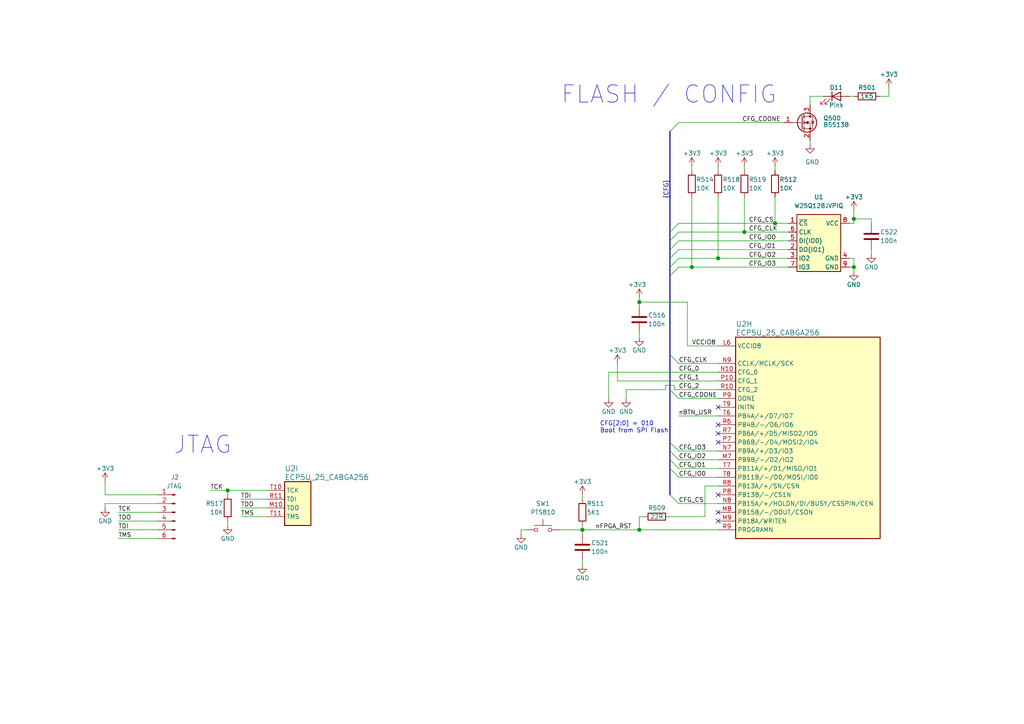
<source format=kicad_sch>
(kicad_sch (version 20210126) (generator eeschema)
  (paper "A4")
  (title_block (title "ECP5 Mini") (date "2020-12-31") (rev "0.2") (company "Josh Johnson"))
  (bus_alias "CFG" (members "CFG_CLK" "CFG_IO[0..3]" "CFG_CDONE" "CFG_CS"))
  (junction (at 66.04 142.24) (diameter 1.016))
  (junction (at 168.91 153.67) (diameter 1.016))
  (junction (at 185.42 87.63) (diameter 1.016))
  (junction (at 185.42 153.67) (diameter 1.016))
  (junction (at 200.66 77.47) (diameter 1.016))
  (junction (at 208.28 74.93) (diameter 1.016))
  (junction (at 215.9 67.31) (diameter 1.016))
  (junction (at 224.79 64.77) (diameter 1.016))
  (junction (at 247.65 63.5) (diameter 1.016))
  (junction (at 247.65 77.47) (diameter 1.016))
  (no_connect (at 208.28 118.11))
  (no_connect (at 208.28 123.19))
  (no_connect (at 208.28 125.73))
  (no_connect (at 208.28 128.27))
  (no_connect (at 208.28 143.51))
  (no_connect (at 208.28 148.59))
  (no_connect (at 208.28 151.13))
  (bus_entry (at 194.31 38.1) (size 2.54 -2.54) (stroke (width 0.1524)))
  (bus_entry (at 194.31 102.87) (size 2.54 2.54) (stroke (width 0.1524)))
  (bus_entry (at 194.31 113.03) (size 2.54 2.54) (stroke (width 0.1524)))
  (bus_entry (at 194.31 128.27) (size 2.54 2.54) (stroke (width 0.1524)))
  (bus_entry (at 194.31 130.81) (size 2.54 2.54) (stroke (width 0.1524)))
  (bus_entry (at 194.31 133.35) (size 2.54 2.54) (stroke (width 0.1524)))
  (bus_entry (at 194.31 135.89) (size 2.54 2.54) (stroke (width 0.1524)))
  (bus_entry (at 194.31 143.51) (size 2.54 2.54) (stroke (width 0.1524)))
  (bus_entry (at 196.85 64.77) (size -2.54 2.54) (stroke (width 0.1524)))
  (bus_entry (at 196.85 67.31) (size -2.54 2.54) (stroke (width 0.1524)))
  (bus_entry (at 196.85 69.85) (size -2.54 2.54) (stroke (width 0.1524)))
  (bus_entry (at 196.85 72.39) (size -2.54 2.54) (stroke (width 0.1524)))
  (bus_entry (at 196.85 74.93) (size -2.54 2.54) (stroke (width 0.1524)))
  (bus_entry (at 196.85 77.47) (size -2.54 2.54) (stroke (width 0.1524)))
  (wire (pts (xy 30.48 139.7) (xy 30.48 143.51)))
  (wire (pts (xy 30.48 143.51) (xy 45.72 143.51)))
  (wire (pts (xy 30.48 146.05) (xy 30.48 147.32)))
  (wire (pts (xy 30.48 146.05) (xy 45.72 146.05)))
  (wire (pts (xy 34.29 148.59) (xy 45.72 148.59)))
  (wire (pts (xy 34.29 151.13) (xy 45.72 151.13)))
  (wire (pts (xy 34.29 153.67) (xy 45.72 153.67)))
  (wire (pts (xy 34.29 156.21) (xy 45.72 156.21)))
  (wire (pts (xy 66.04 142.24) (xy 60.96 142.24)))
  (wire (pts (xy 66.04 142.24) (xy 66.04 143.51)))
  (wire (pts (xy 66.04 142.24) (xy 77.47 142.24)))
  (wire (pts (xy 66.04 151.13) (xy 66.04 152.4)))
  (wire (pts (xy 77.47 144.78) (xy 69.85 144.78)))
  (wire (pts (xy 77.47 147.32) (xy 69.85 147.32)))
  (wire (pts (xy 77.47 149.86) (xy 69.85 149.86)))
  (wire (pts (xy 151.13 153.67) (xy 151.13 154.94)))
  (wire (pts (xy 152.4 153.67) (xy 151.13 153.67)))
  (wire (pts (xy 162.56 153.67) (xy 168.91 153.67)))
  (wire (pts (xy 168.91 143.51) (xy 168.91 144.78)))
  (wire (pts (xy 168.91 152.4) (xy 168.91 153.67)))
  (wire (pts (xy 168.91 153.67) (xy 168.91 154.94)))
  (wire (pts (xy 168.91 153.67) (xy 185.42 153.67)))
  (wire (pts (xy 168.91 162.56) (xy 168.91 163.83)))
  (wire (pts (xy 176.53 107.95) (xy 176.53 115.57)))
  (wire (pts (xy 176.53 107.95) (xy 208.28 107.95)))
  (wire (pts (xy 179.07 105.41) (xy 179.07 110.49)))
  (wire (pts (xy 179.07 110.49) (xy 208.28 110.49)))
  (wire (pts (xy 181.61 113.03) (xy 181.61 115.57)))
  (wire (pts (xy 181.61 113.03) (xy 193.04 113.03)))
  (wire (pts (xy 185.42 86.36) (xy 185.42 87.63)))
  (wire (pts (xy 185.42 87.63) (xy 185.42 88.9)))
  (wire (pts (xy 185.42 87.63) (xy 199.39 87.63)))
  (wire (pts (xy 185.42 96.52) (xy 185.42 97.79)))
  (wire (pts (xy 185.42 149.86) (xy 185.42 153.67)))
  (wire (pts (xy 185.42 153.67) (xy 208.28 153.67)))
  (wire (pts (xy 186.69 149.86) (xy 185.42 149.86)))
  (wire (pts (xy 193.04 111.76) (xy 193.04 113.03)))
  (wire (pts (xy 195.58 111.76) (xy 193.04 111.76)))
  (wire (pts (xy 195.58 113.03) (xy 195.58 111.76)))
  (wire (pts (xy 195.58 113.03) (xy 208.28 113.03)))
  (wire (pts (xy 196.85 35.56) (xy 227.33 35.56)))
  (wire (pts (xy 196.85 64.77) (xy 224.79 64.77)))
  (wire (pts (xy 196.85 67.31) (xy 215.9 67.31)))
  (wire (pts (xy 196.85 69.85) (xy 228.6 69.85)))
  (wire (pts (xy 196.85 72.39) (xy 228.6 72.39)))
  (wire (pts (xy 196.85 74.93) (xy 208.28 74.93)))
  (wire (pts (xy 196.85 77.47) (xy 200.66 77.47)))
  (wire (pts (xy 196.85 105.41) (xy 208.28 105.41)))
  (wire (pts (xy 196.85 115.57) (xy 208.28 115.57)))
  (wire (pts (xy 196.85 120.65) (xy 208.28 120.65)))
  (wire (pts (xy 196.85 130.81) (xy 208.28 130.81)))
  (wire (pts (xy 196.85 133.35) (xy 208.28 133.35)))
  (wire (pts (xy 196.85 135.89) (xy 208.28 135.89)))
  (wire (pts (xy 196.85 138.43) (xy 208.28 138.43)))
  (wire (pts (xy 196.85 146.05) (xy 208.28 146.05)))
  (wire (pts (xy 199.39 87.63) (xy 199.39 100.33)))
  (wire (pts (xy 199.39 100.33) (xy 208.28 100.33)))
  (wire (pts (xy 200.66 48.26) (xy 200.66 49.53)))
  (wire (pts (xy 200.66 57.15) (xy 200.66 77.47)))
  (wire (pts (xy 200.66 77.47) (xy 228.6 77.47)))
  (wire (pts (xy 204.47 140.97) (xy 204.47 149.86)))
  (wire (pts (xy 204.47 149.86) (xy 194.31 149.86)))
  (wire (pts (xy 208.28 48.26) (xy 208.28 49.53)))
  (wire (pts (xy 208.28 57.15) (xy 208.28 74.93)))
  (wire (pts (xy 208.28 74.93) (xy 228.6 74.93)))
  (wire (pts (xy 208.28 140.97) (xy 204.47 140.97)))
  (wire (pts (xy 215.9 48.26) (xy 215.9 49.53)))
  (wire (pts (xy 215.9 57.15) (xy 215.9 67.31)))
  (wire (pts (xy 215.9 67.31) (xy 228.6 67.31)))
  (wire (pts (xy 224.79 48.26) (xy 224.79 49.53)))
  (wire (pts (xy 224.79 57.15) (xy 224.79 64.77)))
  (wire (pts (xy 224.79 64.77) (xy 228.6 64.77)))
  (wire (pts (xy 234.95 27.94) (xy 234.95 30.48)))
  (wire (pts (xy 234.95 40.64) (xy 234.95 41.91)))
  (wire (pts (xy 238.76 27.94) (xy 234.95 27.94)))
  (wire (pts (xy 246.38 27.94) (xy 247.65 27.94)))
  (wire (pts (xy 246.38 74.93) (xy 247.65 74.93)))
  (wire (pts (xy 246.38 77.47) (xy 247.65 77.47)))
  (wire (pts (xy 247.65 60.96) (xy 247.65 63.5)))
  (wire (pts (xy 247.65 63.5) (xy 247.65 64.77)))
  (wire (pts (xy 247.65 63.5) (xy 252.73 63.5)))
  (wire (pts (xy 247.65 64.77) (xy 246.38 64.77)))
  (wire (pts (xy 247.65 74.93) (xy 247.65 77.47)))
  (wire (pts (xy 247.65 77.47) (xy 247.65 78.74)))
  (wire (pts (xy 252.73 63.5) (xy 252.73 64.77)))
  (wire (pts (xy 252.73 72.39) (xy 252.73 73.66)))
  (wire (pts (xy 255.27 27.94) (xy 257.81 27.94)))
  (wire (pts (xy 257.81 25.4) (xy 257.81 27.94)))
  (bus (pts (xy 194.31 38.1) (xy 194.31 67.31)))
  (bus (pts (xy 194.31 67.31) (xy 194.31 69.85)))
  (bus (pts (xy 194.31 69.85) (xy 194.31 72.39)))
  (bus (pts (xy 194.31 72.39) (xy 194.31 74.93)))
  (bus (pts (xy 194.31 74.93) (xy 194.31 77.47)))
  (bus (pts (xy 194.31 77.47) (xy 194.31 80.01)))
  (bus (pts (xy 194.31 80.01) (xy 194.31 102.87)))
  (bus (pts (xy 194.31 102.87) (xy 194.31 113.03)))
  (bus (pts (xy 194.31 113.03) (xy 194.31 128.27)))
  (bus (pts (xy 194.31 128.27) (xy 194.31 130.81)))
  (bus (pts (xy 194.31 130.81) (xy 194.31 133.35)))
  (bus (pts (xy 194.31 133.35) (xy 194.31 135.89)))
  (bus (pts (xy 194.31 135.89) (xy 194.31 143.51)))
  (text "JTAG" (at 67.31 132.08 180) (effects (font (size 5 5)) (justify right bottom)))
  (text "CFG[2:0] = 010\nBoot from SPI Flash\n" (at 173.99 125.73 0) (effects (font (size 1.27 1.27)) (justify left bottom)))
  (text "FLASH / CONFIG" (at 225.425 30.48 180) (effects (font (size 5 5)) (justify right bottom)))
  (label "TCK" (at 34.29 148.59 0))
  (label "TDO" (at 34.29 151.13 0))
  (label "TDI" (at 34.29 153.67 0))
  (label "TMS" (at 34.29 156.21 0))
  (label "TCK" (at 60.96 142.24 0))
  (label "TDI" (at 69.85 144.78 0))
  (label "TDO" (at 69.85 147.32 0))
  (label "TMS" (at 69.85 149.86 0))
  (label "nFPGA_RST" (at 172.72 153.67 0))
  (label "{CFG}" (at 194.31 52.07 270))
  (label "CFG_CLK" (at 196.85 105.41 0))
  (label "CFG_0" (at 196.85 107.95 0))
  (label "CFG_1" (at 196.85 110.49 0))
  (label "CFG_2" (at 196.85 113.03 0))
  (label "CFG_CDONE" (at 196.85 115.57 0))
  (label "nBTN_USR" (at 196.85 120.65 0))
  (label "CFG_IO3" (at 196.85 130.81 0))
  (label "CFG_IO2" (at 196.85 133.35 0))
  (label "CFG_IO1" (at 196.85 135.89 0))
  (label "CFG_IO0" (at 196.85 138.43 0))
  (label "CFG_CS" (at 196.85 146.05 0))
  (label "VCCIO8" (at 200.66 100.33 0))
  (label "CFG_CDONE" (at 215.265 35.56 0))
  (label "CFG_CS" (at 217.17 64.77 0))
  (label "CFG_CLK" (at 217.17 67.31 0))
  (label "CFG_IO0" (at 217.17 69.85 0))
  (label "CFG_IO1" (at 217.17 72.39 0))
  (label "CFG_IO2" (at 217.17 74.93 0))
  (label "CFG_IO3" (at 217.17 77.47 0))
  (symbol (lib_id "power:+3V3") (at 30.48 139.7 0) (mirror y) (unit 1)
    (property "Reference" "#PWR018" (effects hide))
    (property "Value" "+3V3" (at 30.48 135.89 0))
  )
  (symbol (lib_id "power:+3V3") (at 168.91 143.51 0) (unit 1)
    (property "Reference" "#PWR0135" (effects hide))
    (property "Value" "+3V3" (at 168.91 139.7 0))
  )
  (symbol (lib_id "power:+3V3") (at 179.07 105.41 0) (unit 1)
    (property "Reference" "#PWR0124" (effects hide))
    (property "Value" "+3V3" (at 179.07 101.6 0))
  )
  (symbol (lib_id "power:+3V3") (at 185.42 86.36 0) (unit 1)
    (property "Reference" "#PWR0141" (effects hide))
    (property "Value" "+3V3" (at 184.785 82.55 0))
  )
  (symbol (lib_id "power:+3V3") (at 200.66 48.26 0) (unit 1)
    (property "Reference" "#PWR0138" (effects hide))
    (property "Value" "+3V3" (at 200.66 44.45 0))
  )
  (symbol (lib_id "power:+3V3") (at 208.28 48.26 0) (unit 1)
    (property "Reference" "#PWR0136" (effects hide))
    (property "Value" "+3V3" (at 208.28 44.45 0))
  )
  (symbol (lib_id "power:+3V3") (at 215.9 48.26 0) (unit 1)
    (property "Reference" "#PWR0137" (effects hide))
    (property "Value" "+3V3" (at 215.9 44.45 0))
  )
  (symbol (lib_id "power:+3V3") (at 224.79 48.26 0) (unit 1)
    (property "Reference" "#PWR0139" (effects hide))
    (property "Value" "+3V3" (at 224.79 44.45 0))
  )
  (symbol (lib_id "power:+3V3") (at 247.65 60.96 0) (unit 1)
    (property "Reference" "#PWR0130" (effects hide))
    (property "Value" "+3V3" (at 247.65 57.15 0))
  )
  (symbol (lib_id "power:+3V3") (at 257.81 25.4 0) (unit 1)
    (property "Reference" "#PWR0133" (effects hide))
    (property "Value" "+3V3" (at 257.81 21.59 0))
  )
  (symbol (lib_id "power:GND") (at 30.48 147.32 0) (unit 1)
    (property "Reference" "#PWR0118" (effects hide))
    (property "Value" "GND" (at 30.48 151.13 0))
  )
  (symbol (lib_id "power:GND") (at 66.04 152.4 0) (unit 1)
    (property "Reference" "#PWR0148" (effects hide))
    (property "Value" "GND" (at 66.04 156.21 0))
  )
  (symbol (lib_id "power:GND") (at 151.13 154.94 0) (unit 1)
    (property "Reference" "#PWR0127" (effects hide))
    (property "Value" "GND" (at 151.13 158.75 0))
  )
  (symbol (lib_id "power:GND") (at 168.91 163.83 0) (unit 1)
    (property "Reference" "#PWR0134" (effects hide))
    (property "Value" "GND" (at 168.91 167.64 0))
  )
  (symbol (lib_id "power:GND") (at 176.53 115.57 0) (unit 1)
    (property "Reference" "#PWR0146" (effects hide))
    (property "Value" "GND" (at 176.53 119.38 0))
  )
  (symbol (lib_id "power:GND") (at 181.61 115.57 0) (unit 1)
    (property "Reference" "#PWR0145" (effects hide))
    (property "Value" "GND" (at 181.61 119.38 0))
  )
  (symbol (lib_id "power:GND") (at 185.42 97.79 0) (unit 1)
    (property "Reference" "#PWR0140" (effects hide))
    (property "Value" "GND" (at 185.42 101.6 0))
  )
  (symbol (lib_id "power:GND") (at 234.95 41.91 0) (unit 1)
    (property "Reference" "#PWR0129" (effects hide))
    (property "Value" "GND" (at 235.585 46.99 0))
  )
  (symbol (lib_id "power:GND") (at 247.65 78.74 0) (unit 1)
    (property "Reference" "#PWR0132" (effects hide))
    (property "Value" "GND" (at 247.65 82.55 0))
  )
  (symbol (lib_id "power:GND") (at 252.73 73.66 0) (unit 1)
    (property "Reference" "#PWR0131" (effects hide))
    (property "Value" "GND" (at 252.73 77.47 0))
  )
  (symbol (lib_id "Device:R") (at 66.04 147.32 0) (mirror y) (unit 1)
    (property "Reference" "R517" (at 64.77 146.05 0) (effects (justify left)))
    (property "Value" "10K" (at 64.77 148.59 0) (effects (justify left)))
    (property "Footprint" "Resistor_SMD:R_0402_1005Metric" (effects hide))
    (property "LCSC" "C60489" (effects hide))
    (property "MPN" "RC0402JR-0710KL" (effects hide))
    (property "Manufacturer" "Yageo" (effects hide))
    (property "MPN2" "0402WGJ0103TCE" (effects hide))
    (property "Manufacturer2" "UNI-ROYAL(Uniroyal Elec)" (effects hide))
  )
  (symbol (lib_id "Device:R") (at 168.91 148.59 0) (unit 1)
    (property "Reference" "R511" (at 170.18 146.05 0) (effects (justify left)))
    (property "Value" "5K1" (at 170.18 148.59 0) (effects (justify left)))
    (property "Footprint" "Resistor_SMD:R_0402_1005Metric" (effects hide))
    (property "MPN" "RC0402JR-075K1L" (effects hide))
    (property "Manufacturer" "Yageo" (effects hide))
    (property "LCSC" "C105873" (effects hide))
    (property "MPN2" "0402WGF5101TCE" (effects hide))
    (property "Manufacturer2" "UNI-ROYAL(Uniroyal Elec)" (effects hide))
  )
  (symbol (lib_id "Device:R") (at 190.5 149.86 90) (unit 1)
    (property "Reference" "R509" (at 190.5 147.32 90))
    (property "Value" "22R" (at 190.5 149.86 90))
    (property "Footprint" "Resistor_SMD:R_0402_1005Metric" (effects hide))
    (property "MPN" "RC0402JR-0722RL" (effects hide))
    (property "Manufacturer" "Yageo" (effects hide))
    (property "LCSC" "C93929" (effects hide))
    (property "MPN2" "0402WGJ0220TCE" (effects hide))
    (property "Manufacturer2" "UNI-ROYAL(Uniroyal Elec)" (effects hide))
  )
  (symbol (lib_id "Device:R") (at 200.66 53.34 0) (unit 1)
    (property "Reference" "R514" (at 201.93 52.07 0) (effects (justify left)))
    (property "Value" "10K" (at 201.93 54.61 0) (effects (justify left)))
    (property "Footprint" "Resistor_SMD:R_0402_1005Metric" (effects hide))
    (property "LCSC" "C60489" (effects hide))
    (property "MPN" "RC0402JR-0710KL" (effects hide))
    (property "Manufacturer" "Yageo" (effects hide))
    (property "MPN2" "0402WGJ0103TCE" (effects hide))
    (property "Manufacturer2" "UNI-ROYAL(Uniroyal Elec)" (effects hide))
  )
  (symbol (lib_id "Device:R") (at 208.28 53.34 0) (unit 1)
    (property "Reference" "R518" (at 209.55 52.07 0) (effects (justify left)))
    (property "Value" "10K" (at 209.55 54.61 0) (effects (justify left)))
    (property "Footprint" "Resistor_SMD:R_0402_1005Metric" (effects hide))
    (property "LCSC" "C60489" (effects hide))
    (property "MPN" "RC0402JR-0710KL" (effects hide))
    (property "Manufacturer" "Yageo" (effects hide))
    (property "MPN2" "0402WGJ0103TCE" (effects hide))
    (property "Manufacturer2" "UNI-ROYAL(Uniroyal Elec)" (effects hide))
  )
  (symbol (lib_id "Device:R") (at 215.9 53.34 0) (unit 1)
    (property "Reference" "R519" (at 217.17 52.07 0) (effects (justify left)))
    (property "Value" "10K" (at 217.17 54.61 0) (effects (justify left)))
    (property "Footprint" "Resistor_SMD:R_0402_1005Metric" (effects hide))
    (property "LCSC" "C60489" (effects hide))
    (property "MPN" "RC0402JR-0710KL" (effects hide))
    (property "Manufacturer" "Yageo" (effects hide))
    (property "MPN2" "0402WGJ0103TCE" (effects hide))
    (property "Manufacturer2" "UNI-ROYAL(Uniroyal Elec)" (effects hide))
  )
  (symbol (lib_id "Device:R") (at 224.79 53.34 0) (unit 1)
    (property "Reference" "R512" (at 226.06 52.07 0) (effects (justify left)))
    (property "Value" "10K" (at 226.06 54.61 0) (effects (justify left)))
    (property "Footprint" "Resistor_SMD:R_0402_1005Metric" (effects hide))
    (property "LCSC" "C60489" (effects hide))
    (property "MPN" "RC0402JR-0710KL" (effects hide))
    (property "Manufacturer" "Yageo" (effects hide))
    (property "MPN2" "0402WGJ0103TCE" (effects hide))
    (property "Manufacturer2" "UNI-ROYAL(Uniroyal Elec)" (effects hide))
  )
  (symbol (lib_id "Device:R") (at 251.46 27.94 90) (unit 1)
    (property "Reference" "R501" (at 251.46 25.4 90))
    (property "Value" "1K5" (at 251.46 27.94 90))
    (property "Footprint" "Resistor_SMD:R_0402_1005Metric" (effects hide))
    (property "LCSC" "C114451" (effects hide))
    (property "MPN" "RC0402JR-071K5L" (effects hide))
    (property "Manufacturer" "Yageo" (effects hide))
    (property "MPN2" "0402WGF1501TCE" (effects hide))
    (property "Manufacturer2" "UNI-ROYAL(Uniroyal Elec)" (effects hide))
  )
  (symbol (lib_id "Device:LED") (at 242.57 27.94 0) (unit 1)
    (property "Reference" "D11" (at 242.57 25.4 0))
    (property "Value" "Pink" (at 242.57 30.48 0))
    (property "Footprint" "LED_SMD:LED_0603_1608Metric" (effects hide))
    (property "LCSC" "C268294" (effects hide))
    (property "MPN" "OSK40603C1E" (effects hide))
    (property "Manufacturer" "OptoSupply" (effects hide))
  )
  (symbol (lib_id "Device:C") (at 168.91 158.75 0) (unit 1)
    (property "Reference" "C521" (at 171.45 157.48 0) (effects (justify left)))
    (property "Value" "100n" (at 171.45 160.02 0) (effects (justify left)))
    (property "Footprint" "Capacitor_SMD:C_0402_1005Metric" (effects hide))
    (property "MPN" "CC0402KRX7R7BB104" (effects hide))
    (property "Manufacturer" "Yageo" (effects hide))
    (property "LCSC" "C327009" (effects hide))
    (property "MPN2" "CL05B104KO5NNNC" (effects hide))
    (property "Manufacturer2" "Samsung Electro-Mechanics" (effects hide))
  )
  (symbol (lib_id "Device:C") (at 185.42 92.71 0) (unit 1)
    (property "Reference" "C516" (at 187.96 91.44 0) (effects (justify left)))
    (property "Value" "100n" (at 187.96 93.98 0) (effects (justify left)))
    (property "Footprint" "Capacitor_SMD:C_0402_1005Metric" (effects hide))
    (property "LCSC" "C327009" (effects hide))
    (property "MPN" "CC0402KRX7R7BB104" (effects hide))
    (property "Manufacturer" "Yageo" (effects hide))
    (property "MPN2" "CL05B104KO5NNNC" (effects hide))
    (property "Manufacturer2" "Samsung Electro-Mechanics" (effects hide))
  )
  (symbol (lib_id "Device:C") (at 252.73 68.58 0) (unit 1)
    (property "Reference" "C522" (at 255.27 67.31 0) (effects (justify left)))
    (property "Value" "100n" (at 255.27 69.85 0) (effects (justify left)))
    (property "Footprint" "Capacitor_SMD:C_0402_1005Metric" (effects hide))
    (property "LCSC" "C327009" (effects hide))
    (property "MPN" "CC0402KRX7R7BB104" (effects hide))
    (property "Manufacturer" "Yageo" (effects hide))
    (property "MPN2" "CL05B104KO5NNNC" (effects hide))
    (property "Manufacturer2" "Samsung Electro-Mechanics" (effects hide))
  )
  (symbol (lib_id "Switch:SW_Push") (at 157.48 153.67 0) (unit 1)
    (property "Reference" "SW1" (at 157.48 146.05 0))
    (property "Value" "PTS810" (at 157.48 148.59 0))
    (property "Footprint" "josh-buttons-switches:SW_SPST_PTS810" (effects hide))
    (property "LCSC" "C116501" (effects hide))
    (property "MPN" "PTS810 SJM 250 SMTR LFS" (effects hide))
    (property "Manufacturer" "C&K" (effects hide))
    (property "MPN2" "SKRPACE010 " (effects hide))
    (property "Manufacturer2" "Alps" (effects hide))
  )
  (symbol (lib_id "Connector:Conn_01x06_Male") (at 50.8 148.59 0) (mirror y) (unit 1) (in_bom no)
    (property "Reference" "J2" (at 49.53 138.43 0) (effects (justify right)))
    (property "Value" "JTAG" (at 48.26 140.97 0) (effects (justify right)))
    (property "Footprint" "josh-connectors:STM_6_PIN_THT_Staggered" (effects hide))
    (property "DNP" "DNP" (effects hide))
  )
  (symbol (lib_id "Transistor_FET:BSS138") (at 232.41 35.56 0) (unit 1)
    (property "Reference" "Q500" (at 238.76 34.29 0) (effects (justify left)))
    (property "Value" "BSS138" (at 238.76 36.195 0) (effects (justify left)))
    (property "Footprint" "Package_TO_SOT_SMD:SOT-323_SC-70" (effects hide))
    (property "LCSC" "C193366" (effects hide))
    (property "MPN" "BSS138PW,115" (effects hide))
    (property "Manufacturer2" "Diodes Incorporated" (effects hide))
    (property "MPN2" "BSS138W-7-F" (effects hide))
    (property "Manufacturer" "Nexperia" (effects hide))
  )
  (symbol (lib_name "josh-ic:ECP5U_12_CABGA256_1") (lib_id "josh-ic:ECP5U_12_CABGA256") (at 85.09 146.05 0) (unit 9)
    (property "Reference" "U2" (at 82.55 135.89 0) (effects (font (size 1.524 1.524)) (justify left)))
    (property "Value" "ECP5U_25_CABGA256" (at 82.55 138.43 0) (effects (font (size 1.524 1.524)) (justify left)))
    (property "Footprint" "Package_BGA:BGA-256_14.0x14.0mm_Layout16x16_P0.8mm_Ball0.45mm_Pad0.32mm_NSMD" (effects hide))
    (property "MPN" "LFE5U25F8BG256C" (effects hide))
    (property "Manufacturer" "Lattice Semiconductor" (effects hide))
    (property "Manufacturer2" "Lattice Semiconductor" (effects hide))
    (property "MPN2" "LFE5U25F8BG256I" (effects hide))
  )
  (symbol (lib_id "josh-memory:W25Q128JVSIQ") (at 241.3 69.85 0) (unit 1)
    (property "Reference" "U1" (at 237.49 57.15 0))
    (property "Value" "W25Q128JVPIQ" (at 237.49 59.69 0))
    (property "Footprint" "josh-soic-sot-etc:WSON-8-1EP_6x5mm_P1.27mm_EP3.4x4.3mm" (effects hide))
    (property "MPN" "W25Q128JVPIQ" (effects hide))
    (property "Manufacturer" "Winbond" (effects hide))
    (property "LCSC" "C190862" (effects hide))
  )
  (symbol (lib_id "josh-ic:ECP5U_12_CABGA256") (at 229.87 138.43 0) (unit 8)
    (property "Reference" "U2" (at 213.36 93.98 0) (effects (font (size 1.524 1.524)) (justify left)))
    (property "Value" "ECP5U_25_CABGA256" (at 213.36 96.52 0) (effects (font (size 1.524 1.524)) (justify left)))
    (property "Footprint" "Package_BGA:BGA-256_14.0x14.0mm_Layout16x16_P0.8mm_Ball0.45mm_Pad0.32mm_NSMD" (effects hide))
    (property "MPN" "LFE5U25F8BG256C" (effects hide))
    (property "Manufacturer" "Lattice Semiconductor" (effects hide))
    (property "Manufacturer2" "Lattice Semiconductor" (effects hide))
    (property "MPN2" "LFE5U25F8BG256I" (effects hide))
  )
)
</source>
